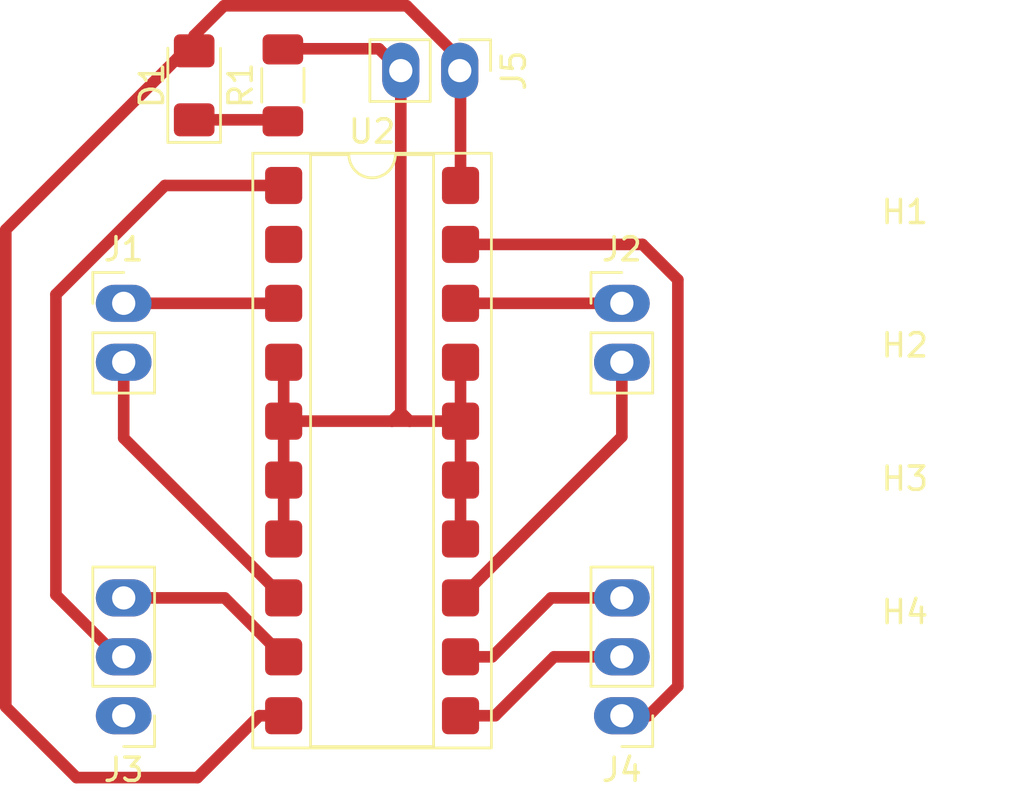
<source format=kicad_pcb>
(kicad_pcb (version 20241229) (generator "pcbnew") (generator_version "9.0")
  (layers (0 "F.Cu" signal) (2 "B.Cu" signal) (13 "F.Paste" user) (15 "B.Paste" user) (5 "F.SilkS" user "F.Silkscreen") (7 "B.SilkS" user "B.Silkscreen") (1 "F.Mask" user) (3 "B.Mask" user) (25 "Edge.Cuts" user))
  (net 0 "")
  (net 1 "Net-(D1-K)")
  (net 2 "Net-(D1-A)")
  (net 3 "Net-(J1-Pin_2)")
  (net 4 "Net-(J1-Pin_1)")
  (net 5 "Net-(J2-Pin_1)")
  (net 6 "Net-(J2-Pin_2)")
  (net 7 "Net-(J3-Pin_1)")
  (net 8 "Net-(J3-Pin_3)")
  (net 9 "Net-(J3-Pin_2)")
  (net 10 "Net-(J4-Pin_1)")
  (net 11 "Net-(J4-Pin_2)")
  (net 12 "Net-(J4-Pin_3)")
  (net 13 "GND")
  (footprint "Connector_PinHeader_2.54mm:PinHeader_1x03_P2.54mm_Vertical" (layer "F.Cu") (at 120.904 95.885 180)
    (property "Reference" "J3" (at 0 -2.33 0) (layer "F.SilkS"))
    (property "Value" "IN1_EN_IN2")
    (fp_line (start 1.33 1.27) (end 1.33 6.41) (stroke (width 0.12)) (layer "F.SilkS"))
    (fp_line (start -1.33 6.41) (end 1.33 6.41) (stroke (width 0.12)) (layer "F.SilkS"))
    (fp_line (start -1.33 1.27) (end 1.33 1.27) (stroke (width 0.12)) (layer "F.SilkS"))
    (fp_line (start -1.33 1.27) (end -1.33 6.41) (stroke (width 0.12)) (layer "F.SilkS"))
    (fp_line (start -1.33 0) (end -1.33 -1.33) (stroke (width 0.12)) (layer "F.SilkS"))
    (fp_line (start -1.33 -1.33) (end 0 -1.33) (stroke (width 0.12)) (layer "F.SilkS"))
    (pad "1" thru_hole oval (at 0 0 180) (size 2.4 1.6) (drill 1) (layers "*.Cu" "*.Mask") (net 7 "Net-(J3-Pin_1)"))
    (pad "2" thru_hole oval (at 0 2.54 180) (size 2.4 1.6) (drill 1) (layers "*.Cu" "*.Mask") (net 9 "Net-(J3-Pin_2)"))
    (pad "3" thru_hole oval (at 0 5.08 180) (size 2.4 1.6) (drill 1) (layers "*.Cu" "*.Mask") (net 8 "Net-(J3-Pin_3)"))
  )
  (footprint "Connector_PinHeader_2.54mm:PinHeader_1x02_P2.54mm_Vertical" (layer "F.Cu") (at 135.382 68.072 -90)
    (property "Reference" "J5" (at 0 -2.33 90) (layer "F.SilkS"))
    (property "Value" "Vcc")
    (fp_line (start -1.33 3.87) (end 1.33 3.87) (stroke (width 0.12)) (layer "F.SilkS"))
    (fp_line (start -1.33 1.27) (end -1.33 3.87) (stroke (width 0.12)) (layer "F.SilkS"))
    (fp_line (start -1.33 1.27) (end 1.33 1.27) (stroke (width 0.12)) (layer "F.SilkS"))
    (fp_line (start 1.33 1.27) (end 1.33 3.87) (stroke (width 0.12)) (layer "F.SilkS"))
    (fp_line (start -1.33 0) (end -1.33 -1.33) (stroke (width 0.12)) (layer "F.SilkS"))
    (fp_line (start -1.33 -1.33) (end 0 -1.33) (stroke (width 0.12)) (layer "F.SilkS"))
    (pad "1" thru_hole oval (at 0 0 270) (size 2.4 1.6) (drill 1) (layers "*.Cu" "*.Mask") (net 2 "Net-(D1-A)"))
    (pad "2" thru_hole oval (at 0 2.54 270) (size 2.4 1.6) (drill 1) (layers "*.Cu" "*.Mask") (net 13 "GND"))
  )
  (footprint "Connector_PinHeader_2.54mm:PinHeader_1x02_P2.54mm_Vertical" (layer "F.Cu") (at 120.904 78.105)
    (property "Reference" "J1" (at 0 -2.33 0) (layer "F.SilkS"))
    (property "Value" "Motor1")
    (fp_line (start -1.33 -1.33) (end 0 -1.33) (stroke (width 0.12)) (layer "F.SilkS"))
    (fp_line (start -1.33 0) (end -1.33 -1.33) (stroke (width 0.12)) (layer "F.SilkS"))
    (fp_line (start -1.33 1.27) (end -1.33 3.87) (stroke (width 0.12)) (layer "F.SilkS"))
    (fp_line (start -1.33 1.27) (end 1.33 1.27) (stroke (width 0.12)) (layer "F.SilkS"))
    (fp_line (start -1.33 3.87) (end 1.33 3.87) (stroke (width 0.12)) (layer "F.SilkS"))
    (fp_line (start 1.33 1.27) (end 1.33 3.87) (stroke (width 0.12)) (layer "F.SilkS"))
    (pad "1" thru_hole oval (at 0 0) (size 2.4 1.6) (drill 1) (layers "*.Cu" "*.Mask") (net 4 "Net-(J1-Pin_1)"))
    (pad "2" thru_hole oval (at 0 2.54) (size 2.4 1.6) (drill 1) (layers "*.Cu" "*.Mask") (net 3 "Net-(J1-Pin_2)"))
  )
  (footprint "MountingHole:MountingHole_2.1mm" (layer "F.Cu") (at 154.559 94.615)
    (property "Reference" "H4" (at 0 -3.2 0) (layer "F.SilkS"))
    (property "Value" "MountingHole")
    (pad "" np_thru_hole circle (at 0 0) (size 2.1 2.1) (drill 2.1) (layers "*.Cu" "*.Mask"))
  )
  (footprint "Package_DIP:DIP-20_W7.62mm_SMDSocket_SmallPads" (layer "F.Cu") (at 131.606 84.455)
    (property "Reference" "U2" (at 0 -13.76 0) (layer "F.SilkS"))
    (property "Value" "L293E")
    (fp_line (start -2.65 -12.76) (end -2.65 12.76) (stroke (width 0.12)) (layer "F.SilkS"))
    (fp_line (start -2.65 12.76) (end 2.65 12.76) (stroke (width 0.12)) (layer "F.SilkS"))
    (fp_line (start -1 -12.76) (end -2.65 -12.76) (stroke (width 0.12)) (layer "F.SilkS"))
    (fp_line (start 2.65 -12.76) (end 1 -12.76) (stroke (width 0.12)) (layer "F.SilkS"))
    (fp_line (start 2.65 12.76) (end 2.65 -12.76) (stroke (width 0.12)) (layer "F.SilkS"))
    (fp_rect (start -5.14 -12.82) (end 5.14 12.82) (stroke (width 0.12)) (fill no) (layer "F.SilkS"))
    (fp_arc (start 1 -12.76) (mid 0 -11.76) (end -1 -12.76) (stroke (width 0.12)) (layer "F.SilkS"))
    (pad "1" smd roundrect (at -3.81 -11.43) (size 1.6 1.6) (layers "F.Cu" "F.Mask" "F.Paste") (roundrect_rratio 0.15625) (net 9 "Net-(J3-Pin_2)"))
    (pad "2" smd roundrect (at -3.81 -8.89) (size 1.6 1.6) (layers "F.Cu" "F.Mask" "F.Paste") (roundrect_rratio 0.15625) (net 7 "Net-(J3-Pin_1)"))
    (pad "3" smd roundrect (at -3.81 -6.35) (size 1.6 1.6) (layers "F.Cu" "F.Mask" "F.Paste") (roundrect_rratio 0.15625) (net 4 "Net-(J1-Pin_1)"))
    (pad "4" smd roundrect (at -3.81 -3.81) (size 1.6 1.6) (layers "F.Cu" "F.Mask" "F.Paste") (roundrect_rratio 0.15625) (net 13 "GND"))
    (pad "5" smd roundrect (at -3.81 -1.27) (size 1.6 1.6) (layers "F.Cu" "F.Mask" "F.Paste") (roundrect_rratio 0.15625) (net 13 "GND"))
    (pad "6" smd roundrect (at -3.81 1.27) (size 1.6 1.6) (layers "F.Cu" "F.Mask" "F.Paste") (roundrect_rratio 0.15625) (net 13 "GND"))
    (pad "7" smd roundrect (at -3.81 3.81) (size 1.6 1.6) (layers "F.Cu" "F.Mask" "F.Paste") (roundrect_rratio 0.15625) (net 13 "GND"))
    (pad "8" smd roundrect (at -3.81 6.35) (size 1.6 1.6) (layers "F.Cu" "F.Mask" "F.Paste") (roundrect_rratio 0.15625) (net 3 "Net-(J1-Pin_2)"))
    (pad "9" smd roundrect (at -3.81 8.89) (size 1.6 1.6) (layers "F.Cu" "F.Mask" "F.Paste") (roundrect_rratio 0.15625) (net 8 "Net-(J3-Pin_3)"))
    (pad "10" smd roundrect (at -3.81 11.43) (size 1.6 1.6) (layers "F.Cu" "F.Mask" "F.Paste") (roundrect_rratio 0.15625) (net 2 "Net-(D1-A)"))
    (pad "11" smd roundrect (at 3.81 11.43) (size 1.6 1.6) (layers "F.Cu" "F.Mask" "F.Paste") (roundrect_rratio 0.15625) (net 11 "Net-(J4-Pin_2)"))
    (pad "12" smd roundrect (at 3.81 8.89) (size 1.6 1.6) (layers "F.Cu" "F.Mask" "F.Paste") (roundrect_rratio 0.15625) (net 12 "Net-(J4-Pin_3)"))
    (pad "13" smd roundrect (at 3.81 6.35) (size 1.6 1.6) (layers "F.Cu" "F.Mask" "F.Paste") (roundrect_rratio 0.15625) (net 6 "Net-(J2-Pin_2)"))
    (pad "14" smd roundrect (at 3.81 3.81) (size 1.6 1.6) (layers "F.Cu" "F.Mask" "F.Paste") (roundrect_rratio 0.15625) (net 13 "GND"))
    (pad "15" smd roundrect (at 3.81 1.27) (size 1.6 1.6) (layers "F.Cu" "F.Mask" "F.Paste") (roundrect_rratio 0.15625) (net 13 "GND"))
    (pad "16" smd roundrect (at 3.81 -1.27) (size 1.6 1.6) (layers "F.Cu" "F.Mask" "F.Paste") (roundrect_rratio 0.15625) (net 13 "GND"))
    (pad "17" smd roundrect (at 3.81 -3.81) (size 1.6 1.6) (layers "F.Cu" "F.Mask" "F.Paste") (roundrect_rratio 0.15625) (net 13 "GND"))
    (pad "18" smd roundrect (at 3.81 -6.35) (size 1.6 1.6) (layers "F.Cu" "F.Mask" "F.Paste") (roundrect_rratio 0.15625) (net 5 "Net-(J2-Pin_1)"))
    (pad "19" smd roundrect (at 3.81 -8.89) (size 1.6 1.6) (layers "F.Cu" "F.Mask" "F.Paste") (roundrect_rratio 0.15625) (net 10 "Net-(J4-Pin_1)"))
    (pad "20" smd roundrect (at 3.81 -11.43) (size 1.6 1.6) (layers "F.Cu" "F.Mask" "F.Paste") (roundrect_rratio 0.15625) (net 2 "Net-(D1-A)"))
  )
  (footprint "Resistor_SMD:R_1206_3216Metric_Pad1.30x1.75mm_HandSolder" (layer "F.Cu") (at 127.762 68.707 90)
    (property "Reference" "R1" (at 0 -1.82 90) (layer "F.SilkS"))
    (property "Value" "1k")
    (fp_line (start -0.727064 -0.91) (end 0.727064 -0.91) (stroke (width 0.12)) (layer "F.SilkS"))
    (fp_line (start -0.727064 0.91) (end 0.727064 0.91) (stroke (width 0.12)) (layer "F.SilkS"))
    (pad "1" smd roundrect (at -1.55 0 90) (size 1.3 1.75) (layers "F.Cu" "F.Mask" "F.Paste") (roundrect_rratio 0.192308) (net 1 "Net-(D1-K)"))
    (pad "2" smd roundrect (at 1.55 0 90) (size 1.3 1.75) (layers "F.Cu" "F.Mask" "F.Paste") (roundrect_rratio 0.192308) (net 13 "GND"))
  )
  (footprint "MountingHole:MountingHole_2.1mm" (layer "F.Cu") (at 154.559 77.365)
    (property "Reference" "H1" (at 0 -3.2 0) (layer "F.SilkS"))
    (property "Value" "MountingHole")
    (pad "" np_thru_hole circle (at 0 0) (size 2.1 2.1) (drill 2.1) (layers "*.Cu" "*.Mask"))
  )
  (footprint "MountingHole:MountingHole_2.1mm" (layer "F.Cu") (at 154.559 83.115)
    (property "Reference" "H2" (at 0 -3.2 0) (layer "F.SilkS"))
    (property "Value" "MountingHole")
    (pad "" np_thru_hole circle (at 0 0) (size 2.1 2.1) (drill 2.1) (layers "*.Cu" "*.Mask"))
  )
  (footprint "LED_SMD:LED_1206_3216Metric_Pad1.42x1.75mm_HandSolder" (layer "F.Cu") (at 123.94 68.707 90)
    (property "Reference" "D1" (at 0 -1.82 90) (layer "F.SilkS"))
    (property "Value" "RED_LED")
    (fp_line (start 1.6 -1.135) (end -2.46 -1.135) (stroke (width 0.12)) (layer "F.SilkS"))
    (fp_line (start -2.46 -1.135) (end -2.46 1.135) (stroke (width 0.12)) (layer "F.SilkS"))
    (fp_line (start -2.46 1.135) (end 1.6 1.135) (stroke (width 0.12)) (layer "F.SilkS"))
    (pad "1" smd roundrect (at -1.4875 0 90) (size 1.425 1.75) (layers "F.Cu" "F.Mask" "F.Paste") (roundrect_rratio 0.175439) (net 1 "Net-(D1-K)"))
    (pad "2" smd roundrect (at 1.4875 0 90) (size 1.425 1.75) (layers "F.Cu" "F.Mask" "F.Paste") (roundrect_rratio 0.175439) (net 2 "Net-(D1-A)"))
  )
  (footprint "Connector_PinHeader_2.54mm:PinHeader_1x02_P2.54mm_Vertical" (layer "F.Cu") (at 142.367 78.105)
    (property "Reference" "J2" (at 0 -2.33 0) (layer "F.SilkS"))
    (property "Value" "Motor2")
    (fp_line (start -1.33 -1.33) (end 0 -1.33) (stroke (width 0.12)) (layer "F.SilkS"))
    (fp_line (start -1.33 0) (end -1.33 -1.33) (stroke (width 0.12)) (layer "F.SilkS"))
    (fp_line (start -1.33 1.27) (end -1.33 3.87) (stroke (width 0.12)) (layer "F.SilkS"))
    (fp_line (start -1.33 1.27) (end 1.33 1.27) (stroke (width 0.12)) (layer "F.SilkS"))
    (fp_line (start -1.33 3.87) (end 1.33 3.87) (stroke (width 0.12)) (layer "F.SilkS"))
    (fp_line (start 1.33 1.27) (end 1.33 3.87) (stroke (width 0.12)) (layer "F.SilkS"))
    (pad "1" thru_hole oval (at 0 0) (size 2.4 1.6) (drill 1) (layers "*.Cu" "*.Mask") (net 5 "Net-(J2-Pin_1)"))
    (pad "2" thru_hole oval (at 0 2.54) (size 2.4 1.6) (drill 1) (layers "*.Cu" "*.Mask") (net 6 "Net-(J2-Pin_2)"))
  )
  (footprint "Connector_PinHeader_2.54mm:PinHeader_1x03_P2.54mm_Vertical" (layer "F.Cu") (at 142.367 95.885 180)
    (property "Reference" "J4" (at 0 -2.33 0) (layer "F.SilkS"))
    (property "Value" "IN3_EN_IN4")
    (fp_line (start 1.33 1.27) (end 1.33 6.41) (stroke (width 0.12)) (layer "F.SilkS"))
    (fp_line (start -1.33 6.41) (end 1.33 6.41) (stroke (width 0.12)) (layer "F.SilkS"))
    (fp_line (start -1.33 1.27) (end 1.33 1.27) (stroke (width 0.12)) (layer "F.SilkS"))
    (fp_line (start -1.33 1.27) (end -1.33 6.41) (stroke (width 0.12)) (layer "F.SilkS"))
    (fp_line (start -1.33 0) (end -1.33 -1.33) (stroke (width 0.12)) (layer "F.SilkS"))
    (fp_line (start -1.33 -1.33) (end 0 -1.33) (stroke (width 0.12)) (layer "F.SilkS"))
    (pad "1" thru_hole oval (at 0 0 180) (size 2.4 1.6) (drill 1) (layers "*.Cu" "*.Mask") (net 10 "Net-(J4-Pin_1)"))
    (pad "2" thru_hole oval (at 0 2.54 180) (size 2.4 1.6) (drill 1) (layers "*.Cu" "*.Mask") (net 11 "Net-(J4-Pin_2)"))
    (pad "3" thru_hole oval (at 0 5.08 180) (size 2.4 1.6) (drill 1) (layers "*.Cu" "*.Mask") (net 12 "Net-(J4-Pin_3)"))
  )
  (footprint "MountingHole:MountingHole_2.1mm" (layer "F.Cu") (at 154.559 88.865)
    (property "Reference" "H3" (at 0 -3.2 0) (layer "F.SilkS"))
    (property "Value" "MountingHole")
    (pad "" np_thru_hole circle (at 0 0) (size 2.1 2.1) (drill 2.1) (layers "*.Cu" "*.Mask"))
  )
  (segment (start 127.6995 70.1945) (end 127.762 70.257) (width 0.5) (layer "F.Cu") (net 1))
  (segment (start 123.94 70.1945) (end 127.6995 70.1945) (width 0.5) (layer "F.Cu") (net 1))
  (segment (start 135.416 73.025) (end 135.416 68.106) (width 0.5) (layer "F.Cu") (net 2))
  (segment (start 123.94 66.56) (end 125.222 65.278) (width 0.5) (layer "F.Cu") (net 2))
  (segment (start 123.5345 67.2195) (end 115.824 74.93) (width 0.5) (layer "F.Cu") (net 2))
  (segment (start 135.382 67.564) (end 135.382 68.072) (width 0.5) (layer "F.Cu") (net 2))
  (segment (start 118.872 98.552) (end 124.079 98.552) (width 0.5) (layer "F.Cu") (net 2))
  (segment (start 124.079 98.552) (end 126.746 95.885) (width 0.5) (layer "F.Cu") (net 2))
  (segment (start 133.096 65.278) (end 135.382 67.564) (width 0.5) (layer "F.Cu") (net 2))
  (segment (start 126.746 95.885) (end 127.796 95.885) (width 0.5) (layer "F.Cu") (net 2))
  (segment (start 115.824 74.93) (end 115.824 95.504) (width 0.5) (layer "F.Cu") (net 2))
  (segment (start 125.222 65.278) (end 133.096 65.278) (width 0.5) (layer "F.Cu") (net 2))
  (segment (start 115.824 95.504) (end 118.872 98.552) (width 0.5) (layer "F.Cu") (net 2))
  (segment (start 123.94 67.2195) (end 123.5345 67.2195) (width 0.5) (layer "F.Cu") (net 2))
  (segment (start 135.416 68.106) (end 135.382 68.072) (width 0.5) (layer "F.Cu") (net 2))
  (segment (start 123.94 67.1675) (end 123.94 66.56) (width 0.5) (layer "F.Cu") (net 2))
  (segment (start 127.796 90.805) (end 120.904 83.913) (width 0.5) (layer "F.Cu") (net 3))
  (segment (start 120.904 83.913) (end 120.904 80.645) (width 0.5) (layer "F.Cu") (net 3))
  (segment (start 127.796 78.105) (end 120.904 78.105) (width 0.5) (layer "F.Cu") (net 4))
  (segment (start 142.367 78.105) (end 135.416 78.105) (width 0.5) (layer "F.Cu") (net 5))
  (segment (start 135.416 90.805) (end 142.367 83.854) (width 0.5) (layer "F.Cu") (net 6))
  (segment (start 142.367 83.854) (end 142.367 80.645) (width 0.5) (layer "F.Cu") (net 6))
  (segment (start 125.256 90.805) (end 127.796 93.345) (width 0.5) (layer "F.Cu") (net 8))
  (segment (start 120.904 90.805) (end 125.256 90.805) (width 0.5) (layer "F.Cu") (net 8))
  (segment (start 120.65 93.345) (end 117.983 90.678) (width 0.5) (layer "F.Cu") (net 9))
  (segment (start 120.904 93.345) (end 120.65 93.345) (width 0.5) (layer "F.Cu") (net 9))
  (segment (start 122.682 73.025) (end 127.796 73.025) (width 0.5) (layer "F.Cu") (net 9))
  (segment (start 117.983 90.678) (end 117.983 77.724) (width 0.5) (layer "F.Cu") (net 9))
  (segment (start 117.983 77.724) (end 122.682 73.025) (width 0.5) (layer "F.Cu") (net 9))
  (segment (start 144.78 77.089) (end 143.256 75.565) (width 0.5) (layer "F.Cu") (net 10))
  (segment (start 143.51 95.885) (end 144.78 94.615) (width 0.5) (layer "F.Cu") (net 10))
  (segment (start 144.78 94.615) (end 144.78 77.089) (width 0.5) (layer "F.Cu") (net 10))
  (segment (start 143.256 75.565) (end 135.416 75.565) (width 0.5) (layer "F.Cu") (net 10))
  (segment (start 142.367 95.885) (end 143.51 95.885) (width 0.5) (layer "F.Cu") (net 10))
  (segment (start 142.367 93.345) (end 139.446 93.345) (width 0.5) (layer "F.Cu") (net 11))
  (segment (start 139.446 93.345) (end 136.906 95.885) (width 0.5) (layer "F.Cu") (net 11))
  (segment (start 136.906 95.885) (end 135.416 95.885) (width 0.5) (layer "F.Cu") (net 11))
  (segment (start 139.319 90.805) (end 136.779 93.345) (width 0.5) (layer "F.Cu") (net 12))
  (segment (start 142.367 90.805) (end 139.319 90.805) (width 0.5) (layer "F.Cu") (net 12))
  (segment (start 136.779 93.345) (end 135.416 93.345) (width 0.5) (layer "F.Cu") (net 12))
  (segment (start 132.842 82.804) (end 133.223 83.185) (width 0.5) (layer "F.Cu") (net 13))
  (segment (start 132.842 82.804) (end 132.461 83.185) (width 0.5) (layer "F.Cu") (net 13))
  (segment (start 132.461 83.185) (end 133.223 83.185) (width 0.5) (layer "F.Cu") (net 13))
  (segment (start 135.416 88.265) (end 135.416 80.645) (width 0.5) (layer "F.Cu") (net 13))
  (segment (start 132.842 68.072) (end 132.842 82.804) (width 0.5) (layer "F.Cu") (net 13))
  (segment (start 131.901 67.131) (end 132.842 68.072) (width 0.5) (layer "F.Cu") (net 13))
  (segment (start 127.796 83.185) (end 132.461 83.185) (width 0.5) (layer "F.Cu") (net 13))
  (segment (start 133.223 83.185) (end 135.416 83.185) (width 0.5) (layer "F.Cu") (net 13))
  (segment (start 127.762 67.131) (end 131.901 67.131) (width 0.5) (layer "F.Cu") (net 13))
  (segment (start 127.796 88.265) (end 127.796 80.645) (width 0.5) (layer "F.Cu") (net 13))
)
</source>
